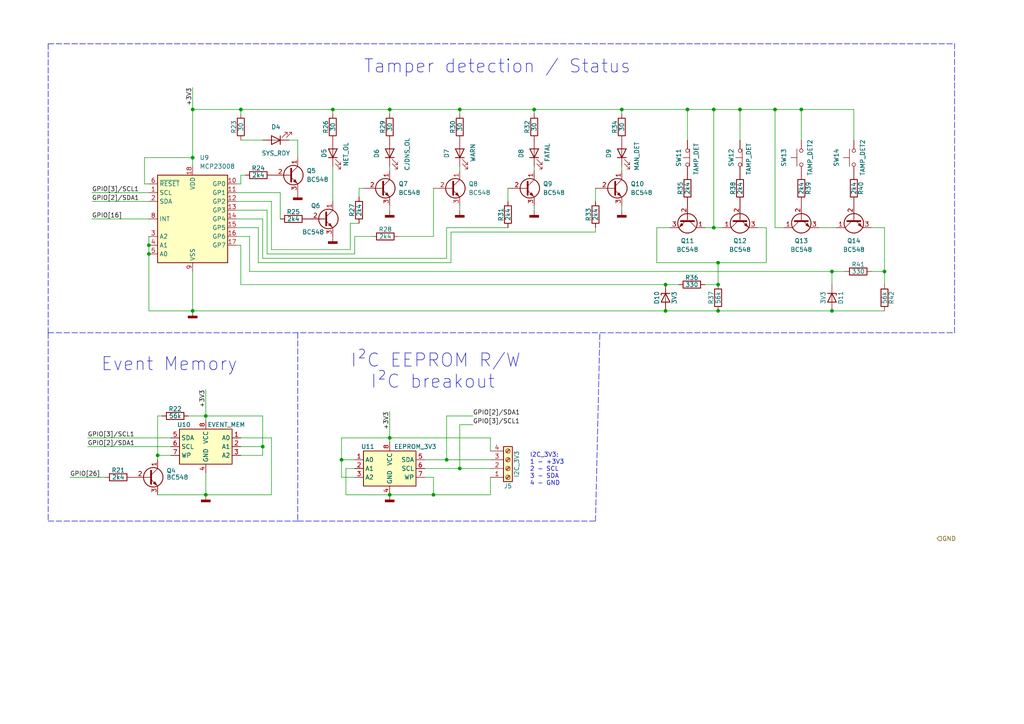
<source format=kicad_sch>
(kicad_sch (version 20211123) (generator eeschema)
  (paper "A4")
  (title_block (title "The Ulysses Board") (date "2022-08-29") (rev "1.2") (company "Dirk Gottschalk") (comment 1 "Status & I2C module") (comment 2 "Schematics") (comment 3 "Draft") (comment 4 "EN") (comment 5 "Tech- dev.") (comment 6 "n/a") (comment 7 "Dirk Gottschalk"))
  (lib_symbols
    (symbol "Connector:Screw_Terminal_01x04" (pin_names (offset 1.016) hide)
      (property "Reference" "J" (at 0 5.08 0))
      (property "Value" "Screw_Terminal_01x04" (at 0 -7.62 0))
      (symbol "Screw_Terminal_01x04_1_1"
        (rectangle (start -1.27 3.81) (end 1.27 -6.35) (stroke (width 0.254)) (fill (type background)))
        (circle (center 0 -5.08) (radius 0.635) (stroke (width 0.1524)))
        (circle (center 0 -2.54) (radius 0.635) (stroke (width 0.1524)))
        (polyline (pts (xy -0.5334 -4.7498) (xy 0.3302 -5.588)) (stroke (width 0.1524)))
        (polyline (pts (xy -0.5334 -2.2098) (xy 0.3302 -3.048)) (stroke (width 0.1524)))
        (polyline (pts (xy -0.5334 0.3302) (xy 0.3302 -0.508)) (stroke (width 0.1524)))
        (polyline (pts (xy -0.5334 2.8702) (xy 0.3302 2.032)) (stroke (width 0.1524)))
        (polyline (pts (xy -0.3556 -4.572) (xy 0.508 -5.4102)) (stroke (width 0.1524)))
        (polyline (pts (xy -0.3556 -2.032) (xy 0.508 -2.8702)) (stroke (width 0.1524)))
        (polyline (pts (xy -0.3556 0.508) (xy 0.508 -0.3302)) (stroke (width 0.1524)))
        (polyline (pts (xy -0.3556 3.048) (xy 0.508 2.2098)) (stroke (width 0.1524)))
        (circle (center 0 0) (radius 0.635) (stroke (width 0.1524)))
        (circle (center 0 2.54) (radius 0.635) (stroke (width 0.1524)))
        (pin passive line (at -5.08 2.54 0) (length 3.81) (name "Pin_1") (number "1"))
        (pin passive line (at -5.08 0 0) (length 3.81) (name "Pin_2") (number "2"))
        (pin passive line (at -5.08 -2.54 0) (length 3.81) (name "Pin_3") (number "3"))
        (pin passive line (at -5.08 -5.08 0) (length 3.81) (name "Pin_4") (number "4"))
      )
    )
    (symbol "Device:D_Zener" (pin_numbers hide) (pin_names (offset 1.016) hide)
      (property "Reference" "D" (at 0 2.54 0))
      (property "Value" "D_Zener" (at 0 -2.54 0))
      (symbol "D_Zener_0_1"
        (polyline (pts (xy 1.27 0) (xy -1.27 0)))
        (polyline (pts (xy -1.27 -1.27) (xy -1.27 1.27) (xy -0.762 1.27)) (stroke (width 0.254)))
        (polyline (pts (xy 1.27 -1.27) (xy 1.27 1.27) (xy -1.27 0) (xy 1.27 -1.27)) (stroke (width 0.254)))
      )
      (symbol "D_Zener_1_1"
        (pin passive line (at -3.81 0 0) (length 2.54) (name "K") (number "1"))
        (pin passive line (at 3.81 0 180) (length 2.54) (name "A") (number "2"))
      )
    )
    (symbol "Device:LED" (pin_numbers hide) (pin_names (offset 1.016) hide)
      (property "Reference" "D" (at 0 2.54 0))
      (property "Value" "LED" (at 0 -2.54 0))
      (symbol "LED_0_1"
        (polyline (pts (xy -1.27 -1.27) (xy -1.27 1.27)) (stroke (width 0.254)))
        (polyline (pts (xy -1.27 0) (xy 1.27 0)))
        (polyline (pts (xy 1.27 -1.27) (xy 1.27 1.27) (xy -1.27 0) (xy 1.27 -1.27)) (stroke (width 0.254)))
        (polyline (pts (xy -3.048 -0.762) (xy -4.572 -2.286) (xy -3.81 -2.286) (xy -4.572 -2.286) (xy -4.572 -1.524)))
        (polyline (pts (xy -1.778 -0.762) (xy -3.302 -2.286) (xy -2.54 -2.286) (xy -3.302 -2.286) (xy -3.302 -1.524)))
      )
      (symbol "LED_1_1"
        (pin passive line (at -3.81 0 0) (length 2.54) (name "K") (number "1"))
        (pin passive line (at 3.81 0 180) (length 2.54) (name "A") (number "2"))
      )
    )
    (symbol "Device:R" (pin_numbers hide) (pin_names (offset 0))
      (property "Reference" "R" (at 2.032 0 90))
      (property "Value" "R" (at 0 0 90))
      (symbol "R_0_1"
        (rectangle (start -1.016 -2.54) (end 1.016 2.54) (stroke (width 0.254)))
      )
      (symbol "R_1_1"
        (pin passive line (at 0 3.81 270) (length 1.27) (name "~") (number "1"))
        (pin passive line (at 0 -3.81 90) (length 1.27) (name "~") (number "2"))
      )
    )
    (symbol "Interface_Expansion:MCP23008-xP"
      (property "Reference" "U" (at -8.89 13.97 0))
      (property "Value" "MCP23008-xP" (at 8.89 13.97 0))
      (symbol "MCP23008-xP_0_1"
        (rectangle (start -10.16 12.7) (end 10.16 -12.7) (stroke (width 0.254)) (fill (type background)))
      )
      (symbol "MCP23008-xP_1_1"
        (pin input line (at -12.7 7.62 0) (length 2.54) (name "SCL") (number "1"))
        (pin bidirectional line (at 12.7 10.16 180) (length 2.54) (name "GP0") (number "10"))
        (pin bidirectional line (at 12.7 7.62 180) (length 2.54) (name "GP1") (number "11"))
        (pin bidirectional line (at 12.7 5.08 180) (length 2.54) (name "GP2") (number "12"))
        (pin bidirectional line (at 12.7 2.54 180) (length 2.54) (name "GP3") (number "13"))
        (pin bidirectional line (at 12.7 0 180) (length 2.54) (name "GP4") (number "14"))
        (pin bidirectional line (at 12.7 -2.54 180) (length 2.54) (name "GP5") (number "15"))
        (pin bidirectional line (at 12.7 -5.08 180) (length 2.54) (name "GP6") (number "16"))
        (pin bidirectional line (at 12.7 -7.62 180) (length 2.54) (name "GP7") (number "17"))
        (pin power_in line (at 0 15.24 270) (length 2.54) (name "VDD") (number "18"))
        (pin bidirectional line (at -12.7 5.08 0) (length 2.54) (name "SDA") (number "2"))
        (pin input line (at -12.7 -5.08 0) (length 2.54) (name "A2") (number "3"))
        (pin input line (at -12.7 -7.62 0) (length 2.54) (name "A1") (number "4"))
        (pin input line (at -12.7 -10.16 0) (length 2.54) (name "A0") (number "5"))
        (pin input line (at -12.7 10.16 0) (length 2.54) (name "~{RESET}") (number "6"))
        (pin no_connect line (at -10.16 -2.54 0) (length 2.54) hide (name "NC") (number "7"))
        (pin output line (at -12.7 0 0) (length 2.54) (name "INT") (number "8"))
        (pin power_in line (at 0 -15.24 90) (length 2.54) (name "VSS") (number "9"))
      )
    )
    (symbol "Memory_EEPROM:24LC1025"
      (property "Reference" "U" (at -6.35 6.35 0))
      (property "Value" "24LC1025" (at 1.27 6.35 0))
      (symbol "24LC1025_1_1"
        (rectangle (start -7.62 5.08) (end 7.62 -5.08) (stroke (width 0.254)) (fill (type background)))
        (pin input line (at -10.16 2.54 0) (length 2.54) (name "A0") (number "1"))
        (pin input line (at -10.16 0 0) (length 2.54) (name "A1") (number "2"))
        (pin input line (at -10.16 -2.54 0) (length 2.54) (name "A2") (number "3"))
        (pin power_in line (at 0 -7.62 90) (length 2.54) (name "GND") (number "4"))
        (pin bidirectional line (at 10.16 2.54 180) (length 2.54) (name "SDA") (number "5"))
        (pin input line (at 10.16 0 180) (length 2.54) (name "SCL") (number "6"))
        (pin input line (at 10.16 -2.54 180) (length 2.54) (name "WP") (number "7"))
        (pin power_in line (at 0 7.62 270) (length 2.54) (name "VCC") (number "8"))
      )
    )
    (symbol "Switch:SW_Push" (pin_numbers hide) (pin_names (offset 1.016) hide)
      (property "Reference" "SW" (at 1.27 2.54 0))
      (property "Value" "SW_Push" (at 0 -1.524 0))
      (symbol "SW_Push_0_1"
        (circle (center -2.032 0) (radius 0.508))
        (polyline (pts (xy 0 1.27) (xy 0 3.048)))
        (polyline (pts (xy 2.54 1.27) (xy -2.54 1.27)))
        (circle (center 2.032 0) (radius 0.508))
        (pin passive line (at -5.08 0 0) (length 2.54) (name "1") (number "1"))
        (pin passive line (at 5.08 0 180) (length 2.54) (name "2") (number "2"))
      )
    )
    (symbol "Switch:SW_Push_Open" (pin_numbers hide) (pin_names (offset 1.016) hide)
      (property "Reference" "SW" (at 0 2.54 0))
      (property "Value" "SW_Push_Open" (at 0 -1.905 0))
      (symbol "SW_Push_Open_0_1"
        (circle (center -2.032 0) (radius 0.508))
        (polyline (pts (xy -2.54 -0.635) (xy 2.54 -0.635)))
        (polyline (pts (xy 0 -0.635) (xy 0 1.27)))
        (circle (center 2.032 0) (radius 0.508))
        (pin passive line (at -5.08 0 0) (length 2.54) (name "A") (number "1"))
      )
      (symbol "SW_Push_Open_1_1"
        (pin passive line (at 5.08 0 180) (length 2.54) (name "B") (number "2"))
      )
    )
    (symbol "Transistor_BJT:BC548" (pin_names (offset 0) hide)
      (property "Reference" "Q" (at 5.08 1.905 0))
      (property "Value" "BC548" (at 5.08 0 0))
      (symbol "BC548_0_1"
        (polyline (pts (xy 0 0) (xy 0.635 0)))
        (polyline (pts (xy 0.635 0.635) (xy 2.54 2.54)))
        (polyline (pts (xy 0.635 -0.635) (xy 2.54 -2.54) (xy 2.54 -2.54)))
        (polyline (pts (xy 0.635 1.905) (xy 0.635 -1.905) (xy 0.635 -1.905)) (stroke (width 0.508)))
        (polyline (pts (xy 1.27 -1.778) (xy 1.778 -1.27) (xy 2.286 -2.286) (xy 1.27 -1.778) (xy 1.27 -1.778)) (fill (type outline)))
        (circle (center 1.27 0) (radius 2.8194) (stroke (width 0.254)))
      )
      (symbol "BC548_1_1"
        (pin passive line (at 2.54 5.08 270) (length 2.54) (name "C") (number "1"))
        (pin input line (at -5.08 0 0) (length 5.08) (name "B") (number "2"))
        (pin passive line (at 2.54 -5.08 90) (length 2.54) (name "E") (number "3"))
      )
    )
    (symbol "power:GNDD" (power) (pin_names (offset 0))
      (property "Value" "GNDD" (at 0 -3.175 0))
      (symbol "GNDD_0_1"
        (rectangle (start -1.27 -1.524) (end 1.27 -2.032) (stroke (width 0.254)) (fill (type outline)))
        (polyline (pts (xy 0 0) (xy 0 -1.524)))
      )
      (symbol "GNDD_1_1"
        (pin power_in line (at 0 0 270) (length 0) hide (name "GNDD") (number "1"))
      )
    )
  )
  (junction (at 99.06 133.35))
  (junction (at 43.18 73.66))
  (junction (at 208.28 82.55))
  (junction (at 232.41 31.75))
  (junction (at 199.39 31.75))
  (junction (at 224.79 31.75))
  (junction (at 43.18 71.12))
  (junction (at 193.04 82.55))
  (junction (at 208.28 90.17))
  (junction (at 214.63 31.75))
  (junction (at 59.69 143.51))
  (junction (at 193.04 90.17))
  (junction (at 113.03 143.51))
  (junction (at 207.01 31.75))
  (junction (at 55.88 45.72))
  (junction (at 154.94 31.75))
  (junction (at 180.34 31.75))
  (junction (at 113.03 31.75))
  (junction (at 76.2 129.54))
  (junction (at 129.54 133.35))
  (junction (at 133.35 135.89))
  (junction (at 55.88 90.17))
  (junction (at 45.72 132.08))
  (junction (at 55.88 31.75))
  (junction (at 207.01 66.04))
  (junction (at 96.52 31.75))
  (junction (at 241.3 78.74))
  (junction (at 256.54 78.74))
  (junction (at 125.73 143.51))
  (junction (at 113.03 127))
  (junction (at 133.35 31.75))
  (junction (at 59.69 120.65))
  (junction (at 69.85 31.75))
  (junction (at 241.3 90.17))
  (junction (at 208.28 76.2))
  (wire (pts (xy 68.58 66.04) (xy 74.93 66.04)))
  (polyline (pts (xy 276.86 96.52) (xy 276.86 12.7)))
  (wire (pts (xy 133.35 123.19) (xy 133.35 135.89)))
  (polyline (pts (xy 13.97 96.52) (xy 13.97 151.13)))
  (wire (pts (xy 154.94 31.75) (xy 180.34 31.75)))
  (wire (pts (xy 55.88 31.75) (xy 69.85 31.75)))
  (polyline (pts (xy 13.97 96.52) (xy 276.86 96.52)))
  (wire (pts (xy 130.81 67.31) (xy 130.81 76.2)))
  (wire (pts (xy 68.58 68.58) (xy 72.39 68.58)))
  (wire (pts (xy 172.72 54.61) (xy 172.72 58.42)))
  (wire (pts (xy 43.18 53.34) (xy 41.91 53.34)))
  (wire (pts (xy 154.94 48.26) (xy 154.94 49.53)))
  (wire (pts (xy 99.06 138.43) (xy 99.06 133.35)))
  (wire (pts (xy 76.2 63.5) (xy 76.2 74.93)))
  (wire (pts (xy 190.5 66.04) (xy 190.5 76.2)))
  (wire (pts (xy 142.24 130.81) (xy 142.24 127)))
  (wire (pts (xy 100.33 135.89) (xy 100.33 143.51)))
  (wire (pts (xy 123.19 133.35) (xy 129.54 133.35)))
  (wire (pts (xy 59.69 113.03) (xy 59.69 120.65)))
  (wire (pts (xy 227.33 66.04) (xy 224.79 66.04)))
  (wire (pts (xy 69.85 40.64) (xy 76.2 40.64)))
  (wire (pts (xy 69.85 31.75) (xy 96.52 31.75)))
  (wire (pts (xy 256.54 78.74) (xy 252.73 78.74)))
  (wire (pts (xy 130.81 67.31) (xy 172.72 67.31)))
  (wire (pts (xy 96.52 48.26) (xy 96.52 58.42)))
  (wire (pts (xy 45.72 120.65) (xy 45.72 132.08)))
  (wire (pts (xy 69.85 127) (xy 78.74 127)))
  (wire (pts (xy 69.85 132.08) (xy 76.2 132.08)))
  (wire (pts (xy 102.87 138.43) (xy 99.06 138.43)))
  (wire (pts (xy 232.41 40.64) (xy 232.41 31.75)))
  (wire (pts (xy 72.39 78.74) (xy 72.39 68.58)))
  (wire (pts (xy 69.85 71.12) (xy 68.58 71.12)))
  (wire (pts (xy 102.87 135.89) (xy 100.33 135.89)))
  (wire (pts (xy 100.33 143.51) (xy 113.03 143.51)))
  (wire (pts (xy 123.19 135.89) (xy 133.35 135.89)))
  (wire (pts (xy 133.35 59.69) (xy 133.35 60.96)))
  (wire (pts (xy 113.03 127) (xy 113.03 128.27)))
  (wire (pts (xy 55.88 25.4) (xy 55.88 31.75)))
  (wire (pts (xy 224.79 31.75) (xy 232.41 31.75)))
  (wire (pts (xy 256.54 78.74) (xy 256.54 82.55)))
  (wire (pts (xy 137.16 120.65) (xy 129.54 120.65)))
  (wire (pts (xy 101.6 64.77) (xy 104.14 64.77)))
  (polyline (pts (xy 13.97 12.7) (xy 13.97 96.52)))
  (wire (pts (xy 55.88 78.74) (xy 55.88 90.17)))
  (wire (pts (xy 113.03 48.26) (xy 113.03 49.53)))
  (wire (pts (xy 41.91 45.72) (xy 55.88 45.72)))
  (polyline (pts (xy 13.97 12.7) (xy 276.86 12.7)))
  (wire (pts (xy 71.12 50.8) (xy 69.85 50.8)))
  (wire (pts (xy 105.41 54.61) (xy 104.14 54.61)))
  (wire (pts (xy 59.69 137.16) (xy 59.69 143.51)))
  (wire (pts (xy 242.57 66.04) (xy 237.49 66.04)))
  (wire (pts (xy 68.58 58.42) (xy 78.74 58.42)))
  (polyline (pts (xy 86.36 96.52) (xy 86.36 151.13)))
  (wire (pts (xy 147.32 54.61) (xy 147.32 58.42)))
  (wire (pts (xy 133.35 135.89) (xy 142.24 135.89)))
  (wire (pts (xy 76.2 74.93) (xy 129.54 74.93)))
  (wire (pts (xy 190.5 76.2) (xy 208.28 76.2)))
  (wire (pts (xy 113.03 119.38) (xy 113.03 127)))
  (wire (pts (xy 26.67 63.5) (xy 43.18 63.5)))
  (wire (pts (xy 204.47 66.04) (xy 207.01 66.04)))
  (wire (pts (xy 172.72 67.31) (xy 172.72 66.04)))
  (wire (pts (xy 78.74 72.39) (xy 78.74 58.42)))
  (wire (pts (xy 49.53 132.08) (xy 45.72 132.08)))
  (wire (pts (xy 54.61 120.65) (xy 59.69 120.65)))
  (wire (pts (xy 104.14 54.61) (xy 104.14 57.15)))
  (wire (pts (xy 180.34 33.02) (xy 180.34 31.75)))
  (wire (pts (xy 113.03 59.69) (xy 113.03 60.96)))
  (wire (pts (xy 224.79 31.75) (xy 224.79 66.04)))
  (wire (pts (xy 129.54 133.35) (xy 142.24 133.35)))
  (wire (pts (xy 25.4 127) (xy 49.53 127)))
  (wire (pts (xy 59.69 120.65) (xy 76.2 120.65)))
  (wire (pts (xy 194.31 66.04) (xy 190.5 66.04)))
  (wire (pts (xy 133.35 33.02) (xy 133.35 31.75)))
  (wire (pts (xy 43.18 71.12) (xy 43.18 73.66)))
  (wire (pts (xy 69.85 82.55) (xy 69.85 71.12)))
  (wire (pts (xy 208.28 76.2) (xy 208.28 82.55)))
  (wire (pts (xy 219.71 66.04) (xy 222.25 66.04)))
  (wire (pts (xy 41.91 53.34) (xy 41.91 45.72)))
  (wire (pts (xy 77.47 73.66) (xy 102.87 73.66)))
  (wire (pts (xy 20.32 138.43) (xy 30.48 138.43)))
  (wire (pts (xy 78.74 127) (xy 78.74 143.51)))
  (wire (pts (xy 76.2 129.54) (xy 76.2 120.65)))
  (wire (pts (xy 78.74 72.39) (xy 101.6 72.39)))
  (wire (pts (xy 123.19 138.43) (xy 125.73 138.43)))
  (wire (pts (xy 45.72 132.08) (xy 45.72 133.35)))
  (polyline (pts (xy 172.72 151.13) (xy 173.99 96.52)))
  (wire (pts (xy 74.93 76.2) (xy 130.81 76.2)))
  (wire (pts (xy 76.2 132.08) (xy 76.2 129.54)))
  (wire (pts (xy 43.18 90.17) (xy 55.88 90.17)))
  (wire (pts (xy 133.35 48.26) (xy 133.35 49.53)))
  (wire (pts (xy 142.24 138.43) (xy 142.24 143.51)))
  (wire (pts (xy 199.39 31.75) (xy 180.34 31.75)))
  (wire (pts (xy 68.58 63.5) (xy 76.2 63.5)))
  (wire (pts (xy 99.06 133.35) (xy 102.87 133.35)))
  (wire (pts (xy 245.11 78.74) (xy 241.3 78.74)))
  (polyline (pts (xy 86.36 151.13) (xy 172.72 151.13)))
  (wire (pts (xy 102.87 68.58) (xy 107.95 68.58)))
  (wire (pts (xy 137.16 123.19) (xy 133.35 123.19)))
  (wire (pts (xy 208.28 76.2) (xy 222.25 76.2)))
  (wire (pts (xy 129.54 120.65) (xy 129.54 133.35)))
  (wire (pts (xy 43.18 73.66) (xy 43.18 90.17)))
  (wire (pts (xy 45.72 143.51) (xy 59.69 143.51)))
  (wire (pts (xy 252.73 66.04) (xy 256.54 66.04)))
  (wire (pts (xy 207.01 66.04) (xy 209.55 66.04)))
  (wire (pts (xy 142.24 127) (xy 113.03 127)))
  (wire (pts (xy 199.39 31.75) (xy 207.01 31.75)))
  (wire (pts (xy 102.87 73.66) (xy 102.87 68.58)))
  (wire (pts (xy 99.06 133.35) (xy 99.06 127)))
  (wire (pts (xy 68.58 53.34) (xy 69.85 53.34)))
  (wire (pts (xy 43.18 68.58) (xy 43.18 71.12)))
  (wire (pts (xy 74.93 66.04) (xy 74.93 76.2)))
  (wire (pts (xy 199.39 40.64) (xy 199.39 31.75)))
  (wire (pts (xy 256.54 90.17) (xy 241.3 90.17)))
  (wire (pts (xy 69.85 129.54) (xy 76.2 129.54)))
  (wire (pts (xy 55.88 90.17) (xy 193.04 90.17)))
  (wire (pts (xy 77.47 60.96) (xy 77.47 73.66)))
  (wire (pts (xy 25.4 129.54) (xy 49.53 129.54)))
  (wire (pts (xy 129.54 66.04) (xy 129.54 74.93)))
  (wire (pts (xy 59.69 120.65) (xy 59.69 121.92)))
  (wire (pts (xy 96.52 31.75) (xy 96.52 33.02)))
  (wire (pts (xy 125.73 68.58) (xy 125.73 54.61)))
  (wire (pts (xy 68.58 55.88) (xy 81.28 55.88)))
  (wire (pts (xy 81.28 55.88) (xy 81.28 63.5)))
  (wire (pts (xy 125.73 138.43) (xy 125.73 143.51)))
  (wire (pts (xy 207.01 31.75) (xy 214.63 31.75)))
  (wire (pts (xy 115.57 68.58) (xy 125.73 68.58)))
  (wire (pts (xy 113.03 31.75) (xy 133.35 31.75)))
  (wire (pts (xy 214.63 40.64) (xy 214.63 31.75)))
  (wire (pts (xy 256.54 66.04) (xy 256.54 78.74)))
  (wire (pts (xy 26.67 58.42) (xy 43.18 58.42)))
  (wire (pts (xy 214.63 31.75) (xy 224.79 31.75)))
  (wire (pts (xy 133.35 31.75) (xy 154.94 31.75)))
  (wire (pts (xy 72.39 78.74) (xy 241.3 78.74)))
  (wire (pts (xy 142.24 143.51) (xy 125.73 143.51)))
  (wire (pts (xy 26.67 55.88) (xy 43.18 55.88)))
  (wire (pts (xy 154.94 59.69) (xy 154.94 60.96)))
  (wire (pts (xy 86.36 40.64) (xy 86.36 45.72)))
  (wire (pts (xy 207.01 66.04) (xy 207.01 31.75)))
  (wire (pts (xy 180.34 59.69) (xy 180.34 60.96)))
  (wire (pts (xy 113.03 143.51) (xy 125.73 143.51)))
  (wire (pts (xy 204.47 82.55) (xy 208.28 82.55)))
  (wire (pts (xy 241.3 78.74) (xy 241.3 82.55)))
  (polyline (pts (xy 13.97 151.13) (xy 86.36 151.13)))
  (wire (pts (xy 99.06 127) (xy 113.03 127)))
  (wire (pts (xy 69.85 53.34) (xy 69.85 50.8)))
  (wire (pts (xy 55.88 31.75) (xy 55.88 45.72)))
  (wire (pts (xy 154.94 33.02) (xy 154.94 31.75)))
  (wire (pts (xy 69.85 31.75) (xy 69.85 33.02)))
  (wire (pts (xy 193.04 90.17) (xy 208.28 90.17)))
  (wire (pts (xy 208.28 90.17) (xy 241.3 90.17)))
  (wire (pts (xy 247.65 40.64) (xy 247.65 31.75)))
  (wire (pts (xy 222.25 76.2) (xy 222.25 66.04)))
  (wire (pts (xy 101.6 72.39) (xy 101.6 64.77)))
  (wire (pts (xy 113.03 31.75) (xy 96.52 31.75)))
  (wire (pts (xy 232.41 31.75) (xy 247.65 31.75)))
  (wire (pts (xy 55.88 45.72) (xy 55.88 48.26)))
  (wire (pts (xy 129.54 66.04) (xy 147.32 66.04)))
  (wire (pts (xy 68.58 60.96) (xy 77.47 60.96)))
  (wire (pts (xy 113.03 33.02) (xy 113.03 31.75)))
  (wire (pts (xy 83.82 40.64) (xy 86.36 40.64)))
  (wire (pts (xy 193.04 82.55) (xy 196.85 82.55)))
  (wire (pts (xy 193.04 82.55) (xy 69.85 82.55)))
  (wire (pts (xy 59.69 143.51) (xy 78.74 143.51)))
  (wire (pts (xy 46.99 120.65) (xy 45.72 120.65)))
  (wire (pts (xy 180.34 48.26) (xy 180.34 49.53)))
  (text "I2C_3V3:\n1 - +3V3\n2 - SCL\n3 - SDA\n4 - GND" (at 153.67 140.97 0) (effects (font (size 1.27 1.27)) (justify left bottom)))
  (text "Event Memory" (at 29.21 107.95 0) (effects (font (size 3.81 3.81)) (justify left bottom)))
  (text "Tamper detection / Status" (at 105.41 21.59 0) (effects (font (size 3.81 3.81)) (justify left bottom)))
  (text "I²C EEPROM R/W\n  I²C breakout" (at 101.6 113.03 0) (effects (font (size 3.81 3.81)) (justify left bottom)))
  (label "GPIO[2]{slash}SDA1" (at 25.4 129.54 0))
  (label "+3V3" (at 59.69 113.03 270))
  (label "GPIO[26]" (at 20.32 138.43 0))
  (label "GPIO[3]{slash}SCL1" (at 25.4 127 0))
  (label "+3V3" (at 55.88 25.4 270))
  (label "GPIO[2]{slash}SDA1" (at 26.67 58.42 0))
  (label "GPIO[2]{slash}SDA1" (at 137.16 120.65 0))
  (label "GPIO[3]{slash}SCL1" (at 26.67 55.88 0))
  (label "GPIO[16]" (at 26.67 63.5 0))
  (label "GPIO[3]{slash}SCL1" (at 137.16 123.19 0))
  (label "+3V3" (at 113.03 119.38 270))
  (hierarchical_label "GND" (shape input) (at 271.78 156.21 0))
  (symbol (lib_id "Transistor_BJT:BC548") (at 177.8 54.61 0) (unit 1)
    (property "Reference" "Q10" (at 182.88 53.3399 0) (effects (justify left)))
    (property "Value" "BC548" (at 182.88 55.8799 0) (effects (justify left)))
    (property "Footprint" "Package_TO_SOT_THT:TO-92_Inline" (effects hide))
    (property "Datasheet" "https://www.onsemi.com/pub/Collateral/BC550-D.pdf" (effects hide))
  )
  (symbol (lib_id "Device:R") (at 180.34 36.83 180) (unit 1)
    (property "Reference" "R34" (at 178.308 36.83 90))
    (property "Value" "30" (at 180.34 36.83 90))
  )
  (symbol (lib_id "Interface_Expansion:MCP23008-xP") (at 55.88 63.5 0) (unit 1)
    (property "Reference" "U9" (at 57.8994 45.72 0) (effects (justify left)))
    (property "Value" "MCP23008" (at 57.8994 48.26 0) (effects (justify left)))
    (property "Footprint" "Package_DIP:DIP-18_W7.62mm" (effects hide))
    (property "Datasheet" "http://ww1.microchip.com/downloads/en/DeviceDoc/MCP23008-MCP23S08-Data-Sheet-20001919F.pdf" (effects hide))
  )
  (symbol (lib_id "Connector:Screw_Terminal_01x04") (at 147.32 135.89 0) (mirror x) (unit 1)
    (property "Reference" "J5" (at 147.32 140.97 0))
    (property "Value" "I2C_3V3" (at 149.86 134.62 90))
  )
  (symbol (lib_id "Switch:SW_Push") (at 232.41 45.72 90) (unit 1)
    (property "Reference" "SW13" (at 227.33 45.72 0))
    (property "Value" "TAMP_DET2" (at 234.95 45.72 0))
  )
  (symbol (lib_id "Device:R") (at 214.63 54.61 180) (unit 1)
    (property "Reference" "R38" (at 212.598 54.61 90))
    (property "Value" "2k4" (at 214.63 54.61 90))
  )
  (symbol (lib_id "Device:R") (at 111.76 68.58 90) (unit 1)
    (property "Reference" "R28" (at 111.76 66.548 90))
    (property "Value" "2k4" (at 111.76 68.58 90))
  )
  (symbol (lib_id "power:GNDD") (at 55.88 90.17 0) (unit 1)
    (property "Reference" "#PWR013" (effects hide))
    (property "Value" "GNDD" (effects hide))
  )
  (symbol (lib_id "Device:R") (at 199.39 54.61 180) (unit 1)
    (property "Reference" "R35" (at 197.358 54.61 90))
    (property "Value" "2k4" (at 199.39 54.61 90))
  )
  (symbol (lib_id "Device:R") (at 247.65 54.61 0) (mirror x) (unit 1)
    (property "Reference" "R40" (at 249.682 54.61 90))
    (property "Value" "2k4" (at 247.65 54.61 90))
  )
  (symbol (lib_id "Transistor_BJT:BC548") (at 232.41 63.5 90) (mirror x) (unit 1)
    (property "Reference" "Q13" (at 232.41 69.85 90))
    (property "Value" "BC548" (at 232.41 72.39 90))
    (property "Footprint" "Package_TO_SOT_THT:TO-92_Inline" (effects hide))
    (property "Datasheet" "https://www.onsemi.com/pub/Collateral/BC550-D.pdf" (effects hide))
  )
  (symbol (lib_id "Transistor_BJT:BC548") (at 247.65 63.5 90) (mirror x) (unit 1)
    (property "Reference" "Q14" (at 247.65 69.85 90))
    (property "Value" "BC548" (at 247.65 72.39 90))
    (property "Footprint" "Package_TO_SOT_THT:TO-92_Inline" (effects hide))
    (property "Datasheet" "https://www.onsemi.com/pub/Collateral/BC550-D.pdf" (effects hide))
  )
  (symbol (lib_id "Memory_EEPROM:24LC1025") (at 59.69 129.54 0) (mirror y) (unit 1)
    (property "Reference" "U10" (at 53.34 123.19 0))
    (property "Value" "EVENT_MEM" (at 71.12 123.19 0) (effects (justify left)))
    (property "Datasheet" "http://ww1.microchip.com/downloads/en/DeviceDoc/21941B.pdf" (effects hide))
  )
  (symbol (lib_id "Device:R") (at 74.93 50.8 90) (unit 1)
    (property "Reference" "R24" (at 74.93 48.768 90))
    (property "Value" "2k4" (at 74.93 50.8 90))
  )
  (symbol (lib_id "Transistor_BJT:BC548") (at 214.63 63.5 90) (mirror x) (unit 1)
    (property "Reference" "Q12" (at 214.63 69.85 90))
    (property "Value" "BC548" (at 214.63 72.39 90))
    (property "Footprint" "Package_TO_SOT_THT:TO-92_Inline" (effects hide))
    (property "Datasheet" "https://www.onsemi.com/pub/Collateral/BC550-D.pdf" (effects hide))
  )
  (symbol (lib_id "Device:R") (at 172.72 62.23 180) (unit 1)
    (property "Reference" "R33" (at 170.688 62.23 90))
    (property "Value" "2k4" (at 172.72 62.23 90))
  )
  (symbol (lib_id "power:GNDD") (at 113.03 60.96 0) (unit 1)
    (property "Reference" "#PWR017" (effects hide))
    (property "Value" "GNDD" (effects hide))
  )
  (symbol (lib_id "Transistor_BJT:BC548") (at 43.18 138.43 0) (unit 1)
    (property "Reference" "Q4" (at 48.26 136.525 0) (effects (justify left)))
    (property "Value" "BC548" (at 48.26 138.43 0) (effects (justify left)))
    (property "Footprint" "Package_TO_SOT_THT:TO-92_Inline" (effects hide))
    (property "Datasheet" "https://www.onsemi.com/pub/Collateral/BC550-D.pdf" (effects hide))
  )
  (symbol (lib_id "Device:LED") (at 113.03 44.45 90) (unit 1)
    (property "Reference" "D6" (at 109.22 43.18 0) (effects (justify right)))
    (property "Value" "CJDNS_OL" (at 118.11 49.53 0) (effects (justify left)))
    (property "Footprint" "LED_THT:LED_D3.0mm_Horizontal_O1.27mm_Z10.0mm" (effects hide))
  )
  (symbol (lib_id "power:GNDD") (at 154.94 60.96 0) (unit 1)
    (property "Reference" "#PWR020" (effects hide))
    (property "Value" "GNDD" (effects hide))
  )
  (symbol (lib_id "Device:R") (at 50.8 120.65 90) (unit 1)
    (property "Reference" "R22" (at 50.8 118.618 90))
    (property "Value" "56k" (at 50.8 120.65 90))
  )
  (symbol (lib_id "Device:R") (at 232.41 54.61 0) (mirror x) (unit 1)
    (property "Reference" "R39" (at 234.442 54.61 90))
    (property "Value" "2k4" (at 232.41 54.61 90))
  )
  (symbol (lib_id "Transistor_BJT:BC548") (at 83.82 50.8 0) (unit 1)
    (property "Reference" "Q5" (at 88.9 49.5299 0) (effects (justify left)))
    (property "Value" "BC548" (at 88.9 52.0699 0) (effects (justify left)))
    (property "Footprint" "Package_TO_SOT_THT:TO-92_Inline" (effects hide))
    (property "Datasheet" "https://www.onsemi.com/pub/Collateral/BC550-D.pdf" (effects hide))
  )
  (symbol (lib_id "Device:R") (at 133.35 36.83 180) (unit 1)
    (property "Reference" "R30" (at 131.318 36.83 90))
    (property "Value" "30" (at 133.35 36.83 90))
  )
  (symbol (lib_id "Device:R") (at 69.85 36.83 180) (unit 1)
    (property "Reference" "R23" (at 67.818 36.83 90))
    (property "Value" "30" (at 69.85 36.83 90))
  )
  (symbol (lib_id "Transistor_BJT:BC548") (at 110.49 54.61 0) (unit 1)
    (property "Reference" "Q7" (at 115.57 53.3399 0) (effects (justify left)))
    (property "Value" "BC548" (at 115.57 55.8799 0) (effects (justify left)))
    (property "Footprint" "Package_TO_SOT_THT:TO-92_Inline" (effects hide))
    (property "Datasheet" "https://www.onsemi.com/pub/Collateral/BC550-D.pdf" (effects hide))
  )
  (symbol (lib_id "power:GNDD") (at 180.34 60.96 0) (unit 1)
    (property "Reference" "#PWR021" (effects hide))
    (property "Value" "GNDD" (effects hide))
  )
  (symbol (lib_id "Switch:SW_Push") (at 247.65 45.72 90) (unit 1)
    (property "Reference" "SW14" (at 242.57 45.72 0))
    (property "Value" "TAMP_DET2" (at 250.19 45.72 0))
  )
  (symbol (lib_id "Device:R") (at 113.03 36.83 180) (unit 1)
    (property "Reference" "R29" (at 110.998 36.83 90))
    (property "Value" "30" (at 113.03 36.83 90))
  )
  (symbol (lib_id "Device:R") (at 256.54 86.36 0) (mirror x) (unit 1)
    (property "Reference" "R42" (at 258.572 86.36 90))
    (property "Value" "56k" (at 256.54 86.36 90))
  )
  (symbol (lib_id "power:GNDD") (at 59.69 143.51 0) (unit 1)
    (property "Reference" "#PWR014" (effects hide))
    (property "Value" "GNDD" (effects hide))
  )
  (symbol (lib_id "power:GNDD") (at 113.03 143.51 0) (unit 1)
    (property "Reference" "#PWR018" (effects hide))
    (property "Value" "GNDD" (effects hide))
  )
  (symbol (lib_id "power:GNDD") (at 86.36 55.88 0) (unit 1)
    (property "Reference" "#PWR015" (effects hide))
    (property "Value" "GNDD" (effects hide))
  )
  (symbol (lib_id "Device:LED") (at 96.52 44.45 90) (unit 1)
    (property "Reference" "D5" (at 93.98 44.45 0))
    (property "Value" "NET_OL" (at 100.33 48.26 0) (effects (justify left)))
    (property "Footprint" "LED_THT:LED_D3.0mm_Horizontal_O1.27mm_Z10.0mm" (effects hide))
  )
  (symbol (lib_id "Device:R") (at 147.32 62.23 180) (unit 1)
    (property "Reference" "R31" (at 145.288 62.23 90))
    (property "Value" "2k4" (at 147.32 62.23 90))
  )
  (symbol (lib_id "Device:D_Zener") (at 241.3 86.36 270) (unit 1)
    (property "Reference" "D11" (at 243.84 86.36 0))
    (property "Value" "3V3" (at 238.76 86.36 0))
  )
  (symbol (lib_id "Device:LED") (at 154.94 44.45 90) (unit 1)
    (property "Reference" "D8" (at 151.13 43.18 0) (effects (justify right)))
    (property "Value" "FATAL" (at 158.75 46.99 0) (effects (justify left)))
    (property "Footprint" "LED_THT:LED_D3.0mm_Horizontal_O1.27mm_Z10.0mm" (effects hide))
  )
  (symbol (lib_id "Device:D_Zener") (at 193.04 86.36 90) (mirror x) (unit 1)
    (property "Reference" "D10" (at 190.5 86.36 0))
    (property "Value" "3V3" (at 195.58 86.36 0))
  )
  (symbol (lib_id "Device:LED") (at 80.01 40.64 180) (unit 1)
    (property "Reference" "D4" (at 80.01 36.83 0))
    (property "Value" "SYS_RDY" (at 80.01 44.45 0))
    (property "Footprint" "LED_THT:LED_D3.0mm_Horizontal_O1.27mm_Z10.0mm" (effects hide))
  )
  (symbol (lib_id "Transistor_BJT:BC548") (at 199.39 63.5 270) (unit 1)
    (property "Reference" "Q11" (at 199.39 69.85 90))
    (property "Value" "BC548" (at 199.39 72.39 90))
    (property "Footprint" "Package_TO_SOT_THT:TO-92_Inline" (effects hide))
    (property "Datasheet" "https://www.onsemi.com/pub/Collateral/BC550-D.pdf" (effects hide))
  )
  (symbol (lib_id "Device:LED") (at 133.35 44.45 90) (unit 1)
    (property "Reference" "D7" (at 129.54 43.18 0) (effects (justify right)))
    (property "Value" "WARN" (at 137.16 46.99 0) (effects (justify left)))
    (property "Footprint" "LED_THT:LED_D3.0mm_Horizontal_O1.27mm_Z10.0mm" (effects hide))
  )
  (symbol (lib_id "Switch:SW_Push_Open") (at 199.39 45.72 90) (unit 1)
    (property "Reference" "SW11" (at 196.85 45.72 0))
    (property "Value" "TAMP_DET" (at 201.93 50.8 0) (effects (justify left)))
  )
  (symbol (lib_id "Device:LED") (at 180.34 44.45 90) (unit 1)
    (property "Reference" "D9" (at 176.53 43.18 0) (effects (justify right)))
    (property "Value" "MAN_DET" (at 185.42 49.53 0) (effects (justify left bottom)))
    (property "Footprint" "LED_THT:LED_D3.0mm_Horizontal_O1.27mm_Z10.0mm" (effects hide))
  )
  (symbol (lib_id "Device:R") (at 154.94 36.83 180) (unit 1)
    (property "Reference" "R32" (at 152.908 36.83 90))
    (property "Value" "30" (at 154.94 36.83 90))
  )
  (symbol (lib_id "Device:R") (at 200.66 82.55 90) (unit 1)
    (property "Reference" "R36" (at 200.66 80.518 90))
    (property "Value" "330" (at 200.66 82.55 90))
  )
  (symbol (lib_id "Device:R") (at 104.14 60.96 180) (unit 1)
    (property "Reference" "R27" (at 102.108 60.96 90))
    (property "Value" "2k4" (at 104.14 60.96 90))
  )
  (symbol (lib_id "Device:R") (at 34.29 138.43 90) (unit 1)
    (property "Reference" "R21" (at 34.29 136.398 90))
    (property "Value" "2k4" (at 34.29 138.43 90))
  )
  (symbol (lib_id "Memory_EEPROM:24LC1025") (at 113.03 135.89 0) (unit 1)
    (property "Reference" "U11" (at 106.68 129.54 0))
    (property "Value" "EEPROM_3V3" (at 114.3 129.54 0) (effects (justify left)))
    (property "Footprint" "Package_DIP:DIP-8_W7.62mm_Socket_LongPads" (effects hide))
    (property "Datasheet" "http://ww1.microchip.com/downloads/en/DeviceDoc/21941B.pdf" (effects hide))
  )
  (symbol (lib_id "Transistor_BJT:BC548") (at 152.4 54.61 0) (unit 1)
    (property "Reference" "Q9" (at 157.48 53.3399 0) (effects (justify left)))
    (property "Value" "BC548" (at 157.48 55.8799 0) (effects (justify left)))
    (property "Footprint" "Package_TO_SOT_THT:TO-92_Inline" (effects hide))
    (property "Datasheet" "https://www.onsemi.com/pub/Collateral/BC550-D.pdf" (effects hide))
  )
  (symbol (lib_id "Transistor_BJT:BC548") (at 93.98 63.5 0) (unit 1)
    (property "Reference" "Q6" (at 90.17 59.69 0) (effects (justify left)))
    (property "Value" "BC548" (at 87.63 67.31 0) (effects (justify left)))
    (property "Footprint" "Package_TO_SOT_THT:TO-92_Inline" (effects hide))
    (property "Datasheet" "https://www.onsemi.com/pub/Collateral/BC550-D.pdf" (effects hide))
  )
  (symbol (lib_id "Device:R") (at 208.28 86.36 180) (unit 1)
    (property "Reference" "R37" (at 206.248 86.36 90))
    (property "Value" "56k" (at 208.28 86.36 90))
  )
  (symbol (lib_id "Device:R") (at 248.92 78.74 270) (mirror x) (unit 1)
    (property "Reference" "R41" (at 248.92 76.708 90))
    (property "Value" "330" (at 248.92 78.74 90))
  )
  (symbol (lib_id "Device:R") (at 96.52 36.83 180) (unit 1)
    (property "Reference" "R26" (at 94.488 36.83 90))
    (property "Value" "30" (at 96.52 36.83 90))
  )
  (symbol (lib_id "Switch:SW_Push_Open") (at 214.63 45.72 90) (unit 1)
    (property "Reference" "SW12" (at 212.09 45.72 0))
    (property "Value" "TAMP_DET" (at 217.17 50.8 0) (effects (justify left)))
  )
  (symbol (lib_id "Transistor_BJT:BC548") (at 130.81 54.61 0) (unit 1)
    (property "Reference" "Q8" (at 135.89 53.3399 0) (effects (justify left)))
    (property "Value" "BC548" (at 135.89 55.8799 0) (effects (justify left)))
    (property "Footprint" "Package_TO_SOT_THT:TO-92_Inline" (effects hide))
    (property "Datasheet" "https://www.onsemi.com/pub/Collateral/BC550-D.pdf" (effects hide))
  )
  (symbol (lib_id "power:GNDD") (at 96.52 68.58 0) (unit 1)
    (property "Reference" "#PWR016" (effects hide))
    (property "Value" "GNDD" (effects hide))
  )
  (symbol (lib_id "Device:R") (at 85.09 63.5 90) (unit 1)
    (property "Reference" "R25" (at 85.09 61.468 90))
    (property "Value" "2k4" (at 85.09 63.5 90))
  )
  (symbol (lib_id "power:GNDD") (at 133.35 60.96 0) (unit 1)
    (property "Reference" "#PWR019" (effects hide))
    (property "Value" "GNDD" (effects hide))
  )
)
</source>
